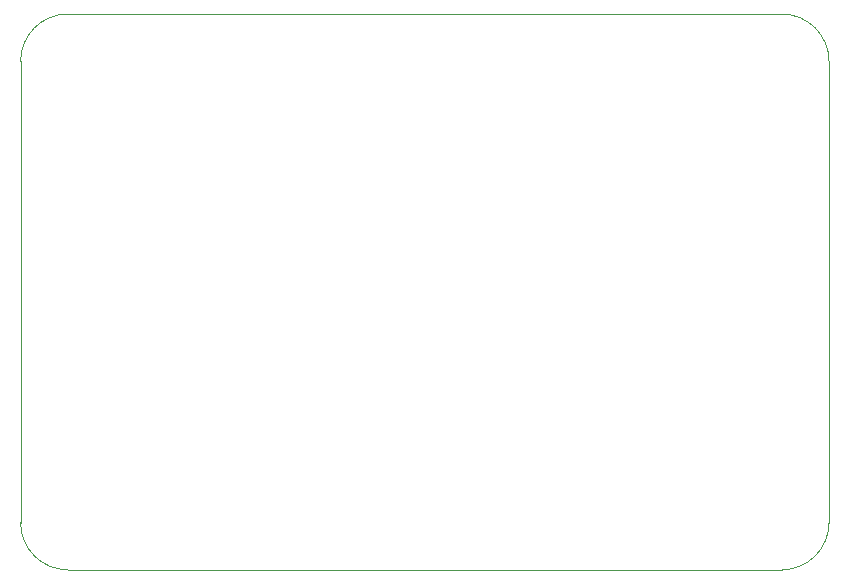
<source format=gbr>
G04 #@! TF.GenerationSoftware,KiCad,Pcbnew,(5.1.6)-1*
G04 #@! TF.CreationDate,2021-07-19T19:51:57-05:00*
G04 #@! TF.ProjectId,SimpleBuildSoundsAmp,53696d70-6c65-4427-9569-6c64536f756e,rev?*
G04 #@! TF.SameCoordinates,Original*
G04 #@! TF.FileFunction,Profile,NP*
%FSLAX46Y46*%
G04 Gerber Fmt 4.6, Leading zero omitted, Abs format (unit mm)*
G04 Created by KiCad (PCBNEW (5.1.6)-1) date 2021-07-19 19:51:57*
%MOMM*%
%LPD*%
G01*
G04 APERTURE LIST*
G04 #@! TA.AperFunction,Profile*
%ADD10C,0.050000*%
G04 #@! TD*
G04 APERTURE END LIST*
D10*
X137477500Y-90973000D02*
G75*
G02*
X133477000Y-86972500I0J4000500D01*
G01*
X133477000Y-47920000D02*
G75*
G02*
X137477500Y-43919500I4000500J0D01*
G01*
X197929500Y-43919500D02*
G75*
G02*
X201930000Y-47920000I0J-4000500D01*
G01*
X201930000Y-86972500D02*
G75*
G02*
X197929500Y-90973000I-4000500J0D01*
G01*
X133477000Y-47920000D02*
X133477000Y-86972500D01*
X197929500Y-43919500D02*
X137477500Y-43919500D01*
X201930000Y-86972500D02*
X201930000Y-47920000D01*
X137477500Y-90973000D02*
X197929500Y-90973000D01*
M02*

</source>
